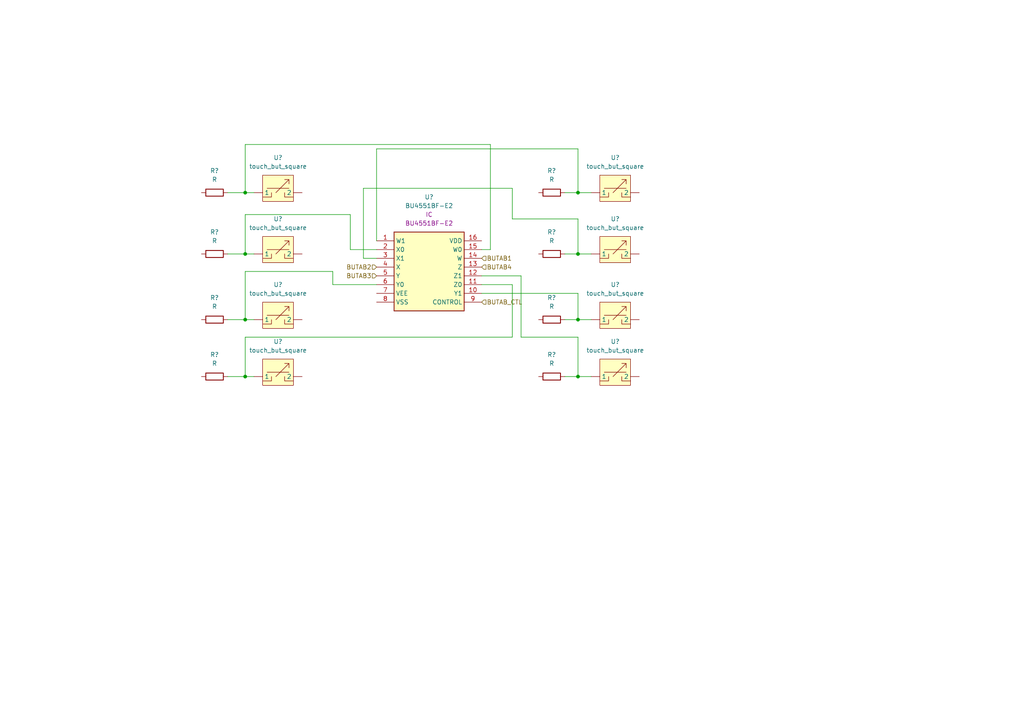
<source format=kicad_sch>
(kicad_sch (version 20211123) (generator eeschema)
  (paper "A4")
  (lib_symbols
    (symbol "3dAudioSym:BU4551BF-E2"
      (property "Reference" "U" (at 0 0 0))
      (property "Value" "BU4551BF-E2" (at 1.27 7.62 0))
      (property "Reference_1" "IC" (at 26.67 7.62 0))
      (property "Value_1" "BU4551BF-E2" (at 26.67 5.08 0))
      (symbol "BU4551BF-E2_1_1"
        (rectangle (start 5.08 2.54) (end 25.4 -20.32) (stroke (width 0.254)) (fill (type background)))
        (pin passive line (at 0 0 0) (length 5.08) (name "W1") (number "1"))
        (pin passive line (at 30.48 -15.24 180) (length 5.08) (name "Y1") (number "10"))
        (pin passive line (at 30.48 -12.7 180) (length 5.08) (name "Z0") (number "11"))
        (pin passive line (at 30.48 -10.16 180) (length 5.08) (name "Z1") (number "12"))
        (pin passive line (at 30.48 -7.62 180) (length 5.08) (name "Z") (number "13"))
        (pin passive line (at 30.48 -5.08 180) (length 5.08) (name "W") (number "14"))
        (pin passive line (at 30.48 -2.54 180) (length 5.08) (name "W0") (number "15"))
        (pin passive line (at 30.48 0 180) (length 5.08) (name "VDD") (number "16"))
        (pin passive line (at 0 -2.54 0) (length 5.08) (name "X0") (number "2"))
        (pin passive line (at 0 -5.08 0) (length 5.08) (name "X1") (number "3"))
        (pin passive line (at 0 -7.62 0) (length 5.08) (name "X") (number "4"))
        (pin passive line (at 0 -10.16 0) (length 5.08) (name "Y") (number "5"))
        (pin passive line (at 0 -12.7 0) (length 5.08) (name "Y0") (number "6"))
        (pin passive line (at 0 -15.24 0) (length 5.08) (name "VEE") (number "7"))
        (pin passive line (at 0 -17.78 0) (length 5.08) (name "VSS") (number "8"))
        (pin passive line (at 30.48 -17.78 180) (length 5.08) (name "CONTROL") (number "9"))
      )
    )
    (symbol "3dAudioSym:touch_but_square"
      (property "Reference" "U" (at 7.62 -3.81 0))
      (property "Value" "touch_but_square" (at -2.54 -5.08 0))
      (symbol "touch_but_square_0_1"
        (rectangle (start -3.81 6.35) (end 5.08 -1.27) (fill (type background)))
        (polyline (pts (xy -2.54 2.54) (xy 3.81 2.54)))
        (polyline (pts (xy -3.81 0) (xy -1.27 0) (xy -1.27 1.27)))
        (polyline (pts (xy 5.08 0) (xy 2.54 0) (xy 2.54 1.27)))
        (polyline (pts (xy 0 1.27) (xy 3.81 5.08) (xy 2.54 5.08) (xy 3.81 5.08) (xy 3.81 3.81)))
      )
      (symbol "touch_but_square_1_1"
        (pin input line (at -6.35 1.27 0) (length 2.54) (name "1") (number ""))
        (pin input line (at 7.62 1.27 180) (length 2.54) (name "2") (number ""))
      )
    )
    (symbol "Device:R" (pin_numbers hide) (pin_names (offset 0))
      (property "Reference" "R" (at 2.032 0 90))
      (property "Value" "R" (at 0 0 90))
      (symbol "R_0_1"
        (rectangle (start -1.016 -2.54) (end 1.016 2.54) (stroke (width 0.254)))
      )
      (symbol "R_1_1"
        (pin passive line (at 0 3.81 270) (length 1.27) (name "~") (number "1"))
        (pin passive line (at 0 -3.81 90) (length 1.27) (name "~") (number "2"))
      )
    )
  )
  (junction (at 167.64 73.66))
  (junction (at 71.12 73.66))
  (junction (at 71.12 55.88))
  (junction (at 167.64 109.22))
  (junction (at 167.64 55.88))
  (junction (at 71.12 109.22))
  (junction (at 167.64 92.71))
  (junction (at 71.12 92.71))
  (wire (pts (xy 167.64 97.79) (xy 167.64 109.22)))
  (wire (pts (xy 66.04 73.66) (xy 71.12 73.66)))
  (wire (pts (xy 109.22 72.39) (xy 101.6 72.39)))
  (wire (pts (xy 163.83 55.88) (xy 167.64 55.88)))
  (wire (pts (xy 167.64 109.22) (xy 171.45 109.22)))
  (wire (pts (xy 139.7 72.39) (xy 142.24 72.39)))
  (wire (pts (xy 167.64 63.5) (xy 167.64 73.66)))
  (wire (pts (xy 71.12 55.88) (xy 73.66 55.88)))
  (wire (pts (xy 151.13 80.01) (xy 151.13 97.79)))
  (wire (pts (xy 148.59 63.5) (xy 167.64 63.5)))
  (wire (pts (xy 71.12 73.66) (xy 73.66 73.66)))
  (wire (pts (xy 101.6 72.39) (xy 101.6 62.23)))
  (wire (pts (xy 66.04 55.88) (xy 71.12 55.88)))
  (wire (pts (xy 71.12 92.71) (xy 73.66 92.71)))
  (wire (pts (xy 96.52 82.55) (xy 96.52 78.74)))
  (wire (pts (xy 71.12 92.71) (xy 71.12 78.74)))
  (wire (pts (xy 66.04 92.71) (xy 71.12 92.71)))
  (wire (pts (xy 148.59 97.79) (xy 71.12 97.79)))
  (wire (pts (xy 71.12 41.91) (xy 71.12 55.88)))
  (wire (pts (xy 109.22 74.93) (xy 105.41 74.93)))
  (wire (pts (xy 139.7 85.09) (xy 167.64 85.09)))
  (wire (pts (xy 139.7 80.01) (xy 151.13 80.01)))
  (wire (pts (xy 167.64 55.88) (xy 171.45 55.88)))
  (wire (pts (xy 71.12 109.22) (xy 73.66 109.22)))
  (wire (pts (xy 109.22 43.18) (xy 167.64 43.18)))
  (wire (pts (xy 163.83 92.71) (xy 167.64 92.71)))
  (wire (pts (xy 109.22 43.18) (xy 109.22 69.85)))
  (wire (pts (xy 148.59 54.61) (xy 148.59 63.5)))
  (wire (pts (xy 167.64 43.18) (xy 167.64 55.88)))
  (wire (pts (xy 163.83 73.66) (xy 167.64 73.66)))
  (wire (pts (xy 148.59 82.55) (xy 148.59 97.79)))
  (wire (pts (xy 167.64 73.66) (xy 171.45 73.66)))
  (wire (pts (xy 71.12 78.74) (xy 96.52 78.74)))
  (wire (pts (xy 109.22 82.55) (xy 96.52 82.55)))
  (wire (pts (xy 139.7 82.55) (xy 148.59 82.55)))
  (wire (pts (xy 142.24 41.91) (xy 71.12 41.91)))
  (wire (pts (xy 105.41 54.61) (xy 148.59 54.61)))
  (wire (pts (xy 142.24 72.39) (xy 142.24 41.91)))
  (wire (pts (xy 151.13 97.79) (xy 167.64 97.79)))
  (wire (pts (xy 163.83 109.22) (xy 167.64 109.22)))
  (wire (pts (xy 167.64 92.71) (xy 171.45 92.71)))
  (wire (pts (xy 71.12 97.79) (xy 71.12 109.22)))
  (wire (pts (xy 71.12 62.23) (xy 71.12 73.66)))
  (wire (pts (xy 105.41 74.93) (xy 105.41 54.61)))
  (wire (pts (xy 101.6 62.23) (xy 71.12 62.23)))
  (wire (pts (xy 66.04 109.22) (xy 71.12 109.22)))
  (wire (pts (xy 167.64 85.09) (xy 167.64 92.71)))
  (hierarchical_label "BUTAB2" (shape input) (at 109.22 77.47 180))
  (hierarchical_label "BUTAB_CTL" (shape input) (at 139.7 87.63 0))
  (hierarchical_label "BUTAB3" (shape input) (at 109.22 80.01 180))
  (hierarchical_label "BUTAB4" (shape input) (at 139.7 77.47 0))
  (hierarchical_label "BUTAB1" (shape input) (at 139.7 74.93 0))
  (symbol (lib_id "3dAudioSym:touch_but_square") (at 177.8 110.49 0) (unit 1)
    (property "Reference" "U?" (at 178.435 99.06 0))
    (property "Value" "touch_but_square" (at 178.435 101.6 0))
    (property "Footprint" "3dAudioFoot:But_Velo_Rec_1" (effects hide))
  )
  (symbol (lib_id "Device:R") (at 160.02 109.22 90) (unit 1)
    (property "Reference" "R?" (at 160.02 102.87 90))
    (property "Value" "R" (at 160.02 105.41 90))
  )
  (symbol (lib_id "Device:R") (at 62.23 55.88 90) (unit 1)
    (property "Reference" "R?" (at 62.23 49.53 90))
    (property "Value" "R" (at 62.23 52.07 90))
  )
  (symbol (lib_id "3dAudioSym:touch_but_square") (at 177.8 93.98 0) (unit 1)
    (property "Reference" "U?" (at 178.435 82.55 0))
    (property "Value" "touch_but_square" (at 178.435 85.09 0))
    (property "Footprint" "3dAudioFoot:But_Velo_Rec_1" (effects hide))
  )
  (symbol (lib_id "3dAudioSym:touch_but_square") (at 177.8 57.15 0) (unit 1)
    (property "Reference" "U?" (at 178.435 45.72 0))
    (property "Value" "touch_but_square" (at 178.435 48.26 0))
    (property "Footprint" "3dAudioFoot:But_Velo_Rec_1" (effects hide))
  )
  (symbol (lib_id "3dAudioSym:touch_but_square") (at 80.01 57.15 0) (unit 1)
    (property "Reference" "U?" (at 80.645 45.72 0))
    (property "Value" "touch_but_square" (at 80.645 48.26 0))
    (property "Footprint" "3dAudioFoot:But_Velo_Rec_1" (effects hide))
  )
  (symbol (lib_id "Device:R") (at 160.02 73.66 90) (unit 1)
    (property "Reference" "R?" (at 160.02 67.31 90))
    (property "Value" "R" (at 160.02 69.85 90))
  )
  (symbol (lib_id "Device:R") (at 62.23 109.22 90) (unit 1)
    (property "Reference" "R?" (at 62.23 102.87 90))
    (property "Value" "R" (at 62.23 105.41 90))
  )
  (symbol (lib_id "Device:R") (at 62.23 92.71 90) (unit 1)
    (property "Reference" "R?" (at 62.23 86.36 90))
    (property "Value" "R" (at 62.23 88.9 90))
  )
  (symbol (lib_id "3dAudioSym:touch_but_square") (at 80.01 74.93 0) (unit 1)
    (property "Reference" "U?" (at 80.645 63.5 0))
    (property "Value" "touch_but_square" (at 80.645 66.04 0))
    (property "Footprint" "3dAudioFoot:But_Velo_Rec_1" (effects hide))
  )
  (symbol (lib_id "3dAudioSym:BU4551BF-E2") (at 109.22 69.85 0) (unit 1)
    (property "Reference" "U?" (at 124.46 57.15 0))
    (property "Value" "BU4551BF-E2" (at 124.46 59.69 0))
    (property "Footprint" "3dAudioFoot:SOIC127P620X171-16N" (effects hide))
    (property "Reference_1" "IC" (at 124.46 62.23 0))
    (property "Value_1" "BU4551BF-E2" (at 124.46 64.77 0))
    (property "Footprint_1" "SOIC127P620X171-16N" (effects hide))
    (property "Datasheet_1" "https://datasheet.datasheetarchive.com/originals/distributors/Datasheets_SAMA/b2c6f3791b929edcfd3b1b6b138b45c4.pdf" (effects hide))
    (property "Height" "1.71" (effects hide))
    (property "Mouser Part Number" "755-BU4551BF-E2" (effects hide))
    (property "Mouser Price/Stock" "https://www.mouser.co.uk/ProductDetail/ROHM-Semiconductor/BU4551BF-E2/?qs=4kLU8WoGk0vixpzQXyVtIA%3D%3D" (effects hide))
    (property "Manufacturer_Name" "ROHM Semiconductor" (effects hide))
    (property "Manufacturer_Part_Number" "BU4551BF-E2" (effects hide))
  )
  (symbol (lib_id "Device:R") (at 160.02 55.88 90) (unit 1)
    (property "Reference" "R?" (at 160.02 49.53 90))
    (property "Value" "R" (at 160.02 52.07 90))
  )
  (symbol (lib_id "3dAudioSym:touch_but_square") (at 80.01 110.49 0) (unit 1)
    (property "Reference" "U?" (at 80.645 99.06 0))
    (property "Value" "touch_but_square" (at 80.645 101.6 0))
    (property "Footprint" "3dAudioFoot:But_Velo_Rec_1" (effects hide))
  )
  (symbol (lib_id "3dAudioSym:touch_but_square") (at 80.01 93.98 0) (unit 1)
    (property "Reference" "U?" (at 80.645 82.55 0))
    (property "Value" "touch_but_square" (at 80.645 85.09 0))
    (property "Footprint" "3dAudioFoot:But_Velo_Rec_1" (effects hide))
  )
  (symbol (lib_id "Device:R") (at 160.02 92.71 90) (unit 1)
    (property "Reference" "R?" (at 160.02 86.36 90))
    (property "Value" "R" (at 160.02 88.9 90))
  )
  (symbol (lib_id "3dAudioSym:touch_but_square") (at 177.8 74.93 0) (unit 1)
    (property "Reference" "U?" (at 178.435 63.5 0))
    (property "Value" "touch_but_square" (at 178.435 66.04 0))
    (property "Footprint" "3dAudioFoot:But_Velo_Rec_1" (effects hide))
  )
  (symbol (lib_id "Device:R") (at 62.23 73.66 90) (unit 1)
    (property "Reference" "R?" (at 62.23 67.31 90))
    (property "Value" "R" (at 62.23 69.85 90))
  )
)
</source>
